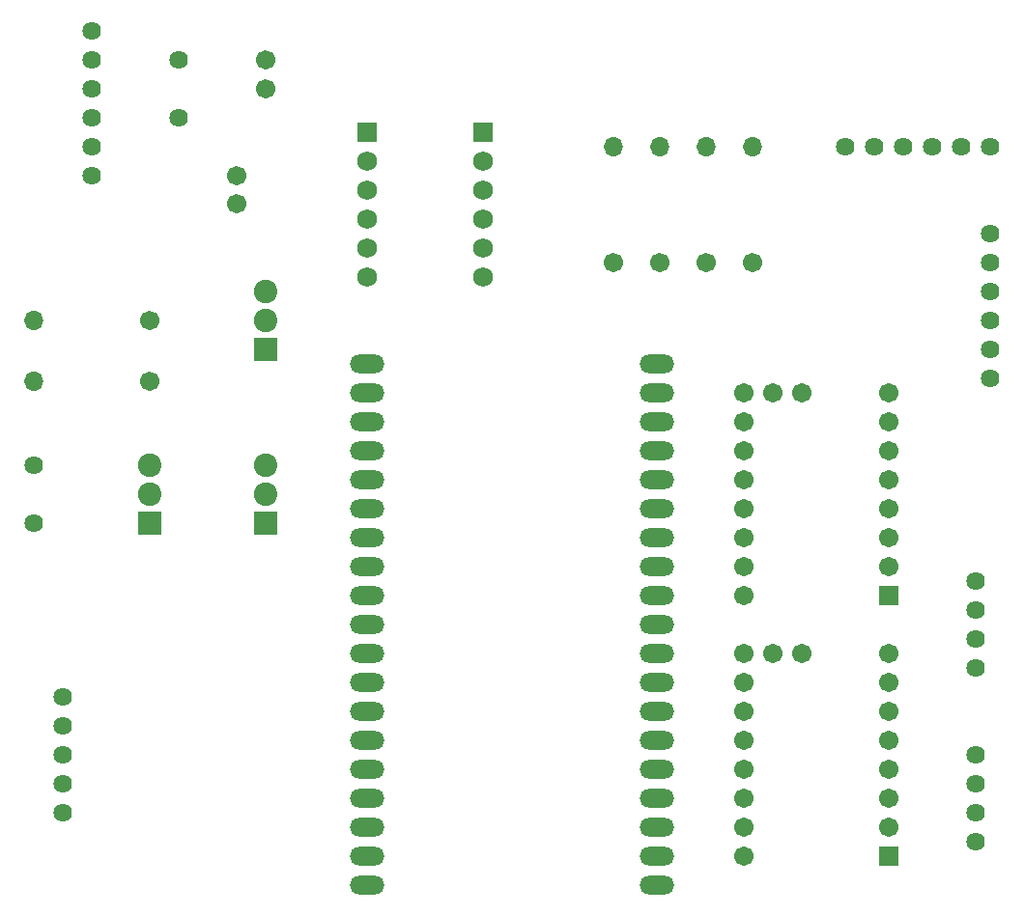
<source format=gbs>
G04 #@! TF.GenerationSoftware,KiCad,Pcbnew,7.0.5*
G04 #@! TF.CreationDate,2024-04-09T17:23:45-07:00*
G04 #@! TF.ProjectId,ClinicV12,436c696e-6963-4563-9132-2e6b69636164,rev?*
G04 #@! TF.SameCoordinates,Original*
G04 #@! TF.FileFunction,Soldermask,Bot*
G04 #@! TF.FilePolarity,Negative*
%FSLAX46Y46*%
G04 Gerber Fmt 4.6, Leading zero omitted, Abs format (unit mm)*
G04 Created by KiCad (PCBNEW 7.0.5) date 2024-04-09 17:23:45*
%MOMM*%
%LPD*%
G01*
G04 APERTURE LIST*
G04 Aperture macros list*
%AMRoundRect*
0 Rectangle with rounded corners*
0 $1 Rounding radius*
0 $2 $3 $4 $5 $6 $7 $8 $9 X,Y pos of 4 corners*
0 Add a 4 corners polygon primitive as box body*
4,1,4,$2,$3,$4,$5,$6,$7,$8,$9,$2,$3,0*
0 Add four circle primitives for the rounded corners*
1,1,$1+$1,$2,$3*
1,1,$1+$1,$4,$5*
1,1,$1+$1,$6,$7*
1,1,$1+$1,$8,$9*
0 Add four rect primitives between the rounded corners*
20,1,$1+$1,$2,$3,$4,$5,0*
20,1,$1+$1,$4,$5,$6,$7,0*
20,1,$1+$1,$6,$7,$8,$9,0*
20,1,$1+$1,$8,$9,$2,$3,0*%
G04 Aperture macros list end*
%ADD10RoundRect,0.102000X0.754000X0.754000X-0.754000X0.754000X-0.754000X-0.754000X0.754000X-0.754000X0*%
%ADD11C,1.712000*%
%ADD12RoundRect,0.102000X0.930000X-0.930000X0.930000X0.930000X-0.930000X0.930000X-0.930000X-0.930000X0*%
%ADD13C,2.064000*%
%ADD14C,1.625600*%
%ADD15C,1.701600*%
%ADD16O,1.701600X1.701600*%
%ADD17O,3.048800X1.626400*%
%ADD18C,1.728000*%
%ADD19RoundRect,0.102000X-0.762000X-0.762000X0.762000X-0.762000X0.762000X0.762000X-0.762000X0.762000X0*%
G04 APERTURE END LIST*
D10*
X193562000Y-141464000D03*
D11*
X193562000Y-138924000D03*
X193562000Y-136384000D03*
X193562000Y-133844000D03*
X193562000Y-131304000D03*
X193562000Y-128764000D03*
X193562000Y-126224000D03*
X193562000Y-123684000D03*
X180862000Y-141464000D03*
X180862000Y-138924000D03*
X180862000Y-136384000D03*
X180862000Y-133844000D03*
X180862000Y-131304000D03*
X180862000Y-128764000D03*
X180862000Y-126224000D03*
X180862000Y-123684000D03*
X185942000Y-123684000D03*
X183402000Y-123684000D03*
D12*
X138952000Y-97014000D03*
D13*
X138952000Y-94474000D03*
X138952000Y-91934000D03*
D14*
X121172000Y-127494000D03*
X121172000Y-130034000D03*
X121172000Y-132574000D03*
X121172000Y-135114000D03*
X121172000Y-137654000D03*
D15*
X138952000Y-74154000D03*
X138952000Y-71654000D03*
D14*
X202452000Y-86854000D03*
X202452000Y-89394000D03*
X202452000Y-91934000D03*
X202452000Y-94474000D03*
X202452000Y-97014000D03*
X202452000Y-99554000D03*
D15*
X169432000Y-89394000D03*
D16*
X169432000Y-79234000D03*
D14*
X189752000Y-79234000D03*
X192292000Y-79234000D03*
X194832000Y-79234000D03*
X197372000Y-79234000D03*
X199912000Y-79234000D03*
X202452000Y-79234000D03*
D12*
X138952000Y-112254000D03*
D13*
X138952000Y-109714000D03*
X138952000Y-107174000D03*
D12*
X128792000Y-112254000D03*
D13*
X128792000Y-109714000D03*
X128792000Y-107174000D03*
D14*
X201182000Y-117334000D03*
X201182000Y-119874000D03*
X201182000Y-122414000D03*
X201182000Y-124954000D03*
D17*
X147842000Y-98284000D03*
X147842000Y-100824000D03*
X147842000Y-131304000D03*
X173242000Y-98284000D03*
X173242000Y-113524000D03*
X173242000Y-131304000D03*
X173242000Y-133844000D03*
X173242000Y-128764000D03*
X173242000Y-121144000D03*
X173242000Y-144004000D03*
X173242000Y-141464000D03*
X173242000Y-138924000D03*
X147842000Y-136384000D03*
X147842000Y-138924000D03*
X147842000Y-141464000D03*
X147842000Y-128764000D03*
X147842000Y-133844000D03*
X147842000Y-126224000D03*
X173242000Y-136384000D03*
X173242000Y-126224000D03*
X173242000Y-123684000D03*
X173242000Y-118604000D03*
X173242000Y-116064000D03*
X173242000Y-110984000D03*
X173242000Y-103364000D03*
X173242000Y-100824000D03*
X147842000Y-118604000D03*
X147842000Y-121144000D03*
X147842000Y-123684000D03*
X147842000Y-113524000D03*
X147842000Y-116064000D03*
X147842000Y-108444000D03*
X147842000Y-110984000D03*
X147842000Y-103364000D03*
X147842000Y-105904000D03*
X173242000Y-108444000D03*
X173242000Y-105904000D03*
X147842000Y-144004000D03*
D15*
X128792000Y-94474000D03*
D16*
X118632000Y-94474000D03*
D10*
X193562000Y-118604000D03*
D11*
X193562000Y-116064000D03*
X193562000Y-113524000D03*
X193562000Y-110984000D03*
X193562000Y-108444000D03*
X193562000Y-105904000D03*
X193562000Y-103364000D03*
X193562000Y-100824000D03*
X180862000Y-118604000D03*
X180862000Y-116064000D03*
X180862000Y-113524000D03*
X180862000Y-110984000D03*
X180862000Y-108444000D03*
X180862000Y-105904000D03*
X180862000Y-103364000D03*
X180862000Y-100824000D03*
X185942000Y-100824000D03*
X183402000Y-100824000D03*
D14*
X123712000Y-81774000D03*
X123712000Y-79234000D03*
X123712000Y-76694000D03*
X123712000Y-74154000D03*
X123712000Y-71614000D03*
X123712000Y-69074000D03*
D15*
X173482000Y-89394000D03*
D16*
X173482000Y-79234000D03*
D15*
X177532000Y-89394000D03*
D16*
X177532000Y-79234000D03*
D15*
X136412000Y-84274000D03*
X136412000Y-81774000D03*
X128792000Y-99808000D03*
D16*
X118632000Y-99808000D03*
D14*
X131332000Y-76694000D03*
X131332000Y-71614000D03*
X118632000Y-112254000D03*
X118632000Y-107174000D03*
D15*
X181582000Y-89394000D03*
D16*
X181582000Y-79234000D03*
D18*
X158002000Y-85584000D03*
X147842000Y-85584000D03*
X158002000Y-83044000D03*
D19*
X158002000Y-77964000D03*
D18*
X158002000Y-80504000D03*
X158002000Y-88124000D03*
X158002000Y-90664000D03*
X147842000Y-83044000D03*
D19*
X147842000Y-77964000D03*
D18*
X147842000Y-80504000D03*
X147842000Y-88124000D03*
X147842000Y-90664000D03*
D14*
X201182000Y-132574000D03*
X201182000Y-135114000D03*
X201182000Y-137654000D03*
X201182000Y-140194000D03*
M02*

</source>
